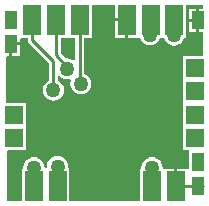
<source format=gtl>
%FSTAX25Y25*%
%MOIN*%
%SFA1B1*%

%IPPOS*%
%ADD10R,0.059060X0.098430*%
%ADD11C,0.010000*%
%ADD12C,0.039370*%
%ADD13R,0.039370X0.059060*%
%ADD14R,0.059060X0.059060*%
%ADD15C,0.050000*%
%LNrfm69c_to_rfm69hc-1*%
%LPD*%
G36*
X0164764Y0168405D02*
Y0167338D01*
X0163492*
Y0163386*
Y0159433*
X0164764*
Y015159*
X0158055*
Y0143685*
Y0135811*
Y0127937*
Y0120063*
X0160024*
Y0114324*
X0159661Y0113992*
X0156209*
Y0108071*
X0155209*
Y0113992*
X015161*
X0151365Y0114272*
X0151244Y0115185*
X0150892Y0116037*
X0150331Y0116768*
X01496Y0117329*
X0148748Y0117682*
X0147835Y0117802*
X0146921Y0117682*
X014607Y0117329*
X0145338Y0116768*
X0144777Y0116037*
X0144425Y0115185*
X0144304Y0114272*
X0144059Y0113992*
X0143882*
Y010315*
X0120291*
Y0113992*
X0120159*
X011983Y0114368*
X0119869Y0114665*
X0119748Y0115579*
X0119396Y011643*
X0118835Y0117162*
X0118104Y0117723*
X0117252Y0118075*
X0116339Y0118196*
X0115425Y0118075*
X0114574Y0117723*
X0113842Y0117162*
X0113281Y011643*
X0112929Y0115579*
X0112808Y0114665*
X0112817Y0114604*
X0112432Y0114165*
X0112089*
X0111995Y0114272*
X0111874Y0115185*
X0111522Y0116037*
X0110961Y0116768*
X011023Y0117329*
X0109378Y0117682*
X0108465Y0117802*
X0107551Y0117682*
X01067Y0117329*
X0105968Y0116768*
X0105407Y0116037*
X0105055Y0115185*
X0104934Y0114272*
X0104689Y0113992*
X0104512*
Y010315*
X009941*
X009936Y0119709*
X0099713Y0120063*
X0105724*
Y0127937*
Y0135842*
X0099311*
X0099265Y0151205*
X0099618Y0151559*
X0100287*
Y0155512*
X0100787*
Y0156012*
X0103756*
Y0157271*
X010402Y0157661*
X0106443*
Y0156791*
X010656Y0156206*
X0106891Y015571*
X0113431Y014917*
Y0143312*
X0113196Y0143215*
X0112464Y0142654*
X0111903Y0141923*
X0111551Y0141071*
X011143Y0140157*
X0111551Y0139244*
X0111903Y0138392*
X0112464Y0137661*
X0113196Y01371*
X0114047Y0136748*
X0114961Y0136627*
X0115874Y0136748*
X0116726Y01371*
X0117457Y0137661*
X0118018Y0138392*
X011837Y0139244*
X0118491Y0140157*
X011837Y0141071*
X0118018Y0141923*
X0117457Y0142654*
X0116726Y0143215*
X011649Y0143312*
Y0144709*
X011699Y0144879*
X011709Y0144748*
X0117822Y0144187*
X0118673Y0143834*
X0119587Y0143714*
X0120449Y0143827*
X0120601Y0143708*
X0120824Y0143427*
X0120704Y0143138*
X0120584Y0142224*
X0120704Y0141311*
X0121057Y0140459*
X0121618Y0139728*
X0122349Y0139167*
X0123201Y0138814*
X0124114Y0138694*
X0125028Y0138814*
X0125879Y0139167*
X012661Y0139728*
X0127171Y0140459*
X0127524Y0141311*
X0127644Y0142224*
X0127524Y0143138*
X0127171Y014399*
X012661Y0144721*
X0125879Y0145282*
X012525Y0145542*
Y0157661*
X0127673*
Y0168602*
X0135516*
Y0164083*
X0139468*
Y0163583*
X0139968*
Y0157661*
X0143792*
X0144124Y0156861*
X0144685Y015613*
X0145416Y0155569*
X0146267Y0155216*
X0147181Y0155096*
X0148095Y0155216*
X0148946Y0155569*
X0149677Y015613*
X0150238Y0156861*
X015057Y0157661*
X0151792*
X0151806Y0157551*
X0152159Y0156699*
X015272Y0155968*
X0153451Y0155407*
X0154303Y0155055*
X0155216Y0154934*
X015613Y0155055*
X0156982Y0155407*
X0157713Y0155968*
X0158274Y0156699*
X0158626Y0157551*
X0158641Y0157661*
X0159169*
Y0168602*
X0164567*
X0164764Y0168405*
G37*
G36*
X0122191Y0150287D02*
X0121691Y0150041D01*
X0121352Y0150301*
X01205Y0150654*
X0119587Y0150774*
X0119051Y0150704*
X0117376Y0152379*
Y0157661*
X0122191*
Y0150287*
G37*
%LNrfm69c_to_rfm69hc-2*%
%LPC*%
G36*
X0103756Y0155012D02*
X0101287D01*
Y0151559*
X0103756*
Y0155012*
G37*
G36*
X0162492Y0167338D02*
X0160024D01*
Y0163886*
X0162492*
Y0167338*
G37*
G36*
Y0162886D02*
X0160024D01*
Y0159433*
X0162492*
Y0162886*
G37*
G36*
X0138968Y0163083D02*
X0135516D01*
Y0157661*
X0138968*
Y0163083*
G37*
%LNrfm69c_to_rfm69hc-3*%
%LPD*%
G54D10*
X0107972Y0163583D03*
X0115846D03*
X012372D03*
X0139468D03*
X0147342D03*
X0155216D03*
X0155709Y0108071D03*
X0147835D03*
X0116339D03*
X0108465D03*
G54D11*
X0155216Y0157283D02*
Y0163583D01*
X012372Y0142618D02*
X0124114Y0142224D01*
X012372Y0142618D02*
Y0165256D01*
X0107972Y0156791D02*
Y0165256D01*
X0108465Y0106102D02*
Y0113681D01*
X0147181Y0158626D02*
X0147342Y0158787D01*
X0116339Y0108071D02*
Y0114567D01*
X0114961Y0140157D02*
Y0149803D01*
X0115846Y0151746D02*
Y0165256D01*
X0119587Y0147244D02*
Y0148006D01*
X0115846Y0151746D02*
X0119587Y0148006D01*
X0107972Y0156791D02*
X0114961Y0149803D01*
X0147835Y0108071D02*
Y0114272D01*
X0164567Y0108071D02*
X0164764Y0108268D01*
X0155905D02*
X0164764D01*
X0155709Y0108071D02*
X0155905Y0108268D01*
G54D12*
X0147342Y0158787D02*
Y0165256D01*
G54D13*
X0162992Y0163386D03*
Y0116142D03*
Y0108268D03*
X0100787Y0155512D03*
Y0163386D03*
G54D14*
X0162008Y0147638D03*
Y0139764D03*
Y013189D03*
Y0124016D03*
X0101771D03*
Y013189D03*
G54D15*
X0155216Y0158465D03*
X0124114Y0142224D03*
X0108465Y0114272D03*
X0147181Y0158626D03*
X0116339Y0114665D03*
X0119587Y0147244D03*
X0114961Y0140157D03*
X0147835Y0114272D03*
M02*
</source>
